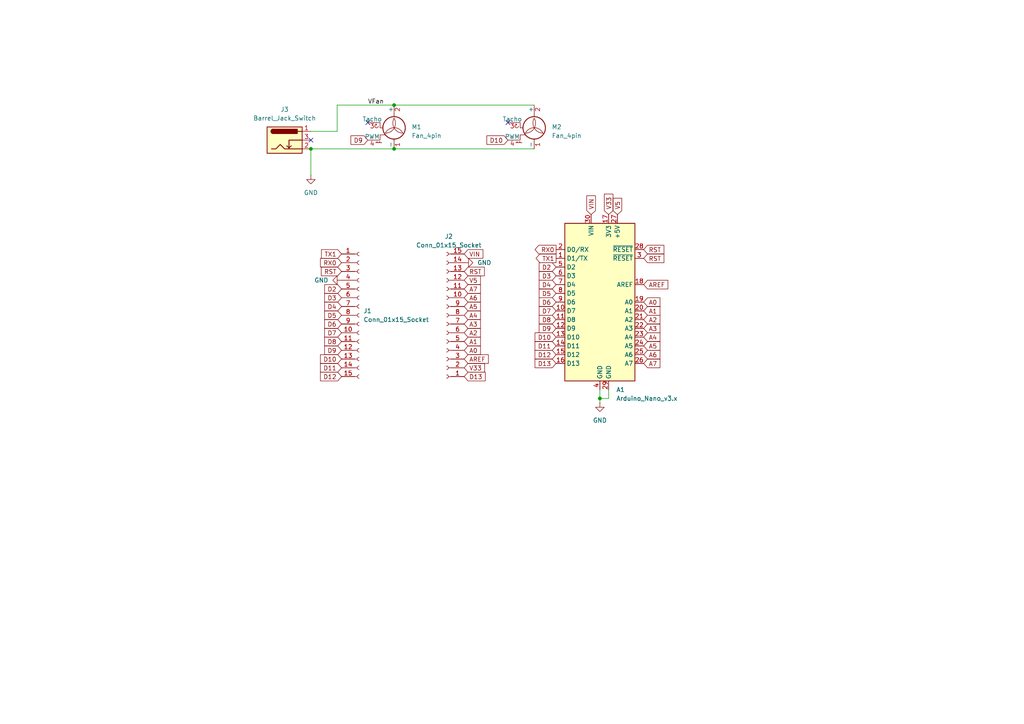
<source format=kicad_sch>
(kicad_sch (version 20231120) (generator "eeschema") (generator_version "8.0")
  (paper "A4")
  (lib_symbols
    (symbol "Connector:Barrel_Jack_Switch" (pin_names hide)
      (property "Reference" "J" (at 0 5.334 0))
      (property "Value" "Barrel_Jack_Switch" (at 0 -5.08 0))
      (symbol "Barrel_Jack_Switch_0_1"
        (rectangle (start -5.08 3.81) (end 5.08 -3.81) (stroke (width 0.254)) (fill (type background)))
        (arc (start -3.302 3.175) (mid -3.9343 2.54) (end -3.302 1.905) (stroke (width 0.254)))
        (arc (start -3.302 3.175) (mid -3.9343 2.54) (end -3.302 1.905) (stroke (width 0.254)) (fill (type outline)))
        (polyline (pts (xy 1.27 -2.286) (xy 1.905 -1.651)) (stroke (width 0.254)))
        (polyline (pts (xy 5.08 2.54) (xy 3.81 2.54)) (stroke (width 0.254)))
        (polyline (pts (xy 5.08 0) (xy 1.27 0) (xy 1.27 -2.286) (xy 0.635 -1.651)) (stroke (width 0.254)))
        (polyline (pts (xy -3.81 -2.54) (xy -2.54 -2.54) (xy -1.27 -1.27) (xy 0 -2.54) (xy 2.54 -2.54) (xy 5.08 -2.54)) (stroke (width 0.254)))
        (rectangle (start 3.683 3.175) (end -3.302 1.905) (stroke (width 0.254)) (fill (type outline)))
      )
      (symbol "Barrel_Jack_Switch_1_1"
        (pin passive line (at 7.62 2.54 180) (length 2.54) (name "~") (number "1"))
        (pin passive line (at 7.62 -2.54 180) (length 2.54) (name "~") (number "2"))
        (pin passive line (at 7.62 0 180) (length 2.54) (name "~") (number "3"))
      )
    )
    (symbol "Connector:Conn_01x15_Socket" (pin_names (offset 1.016) hide)
      (property "Reference" "J" (at 0 20.32 0))
      (property "Value" "Conn_01x15_Socket" (at 0 -20.32 0))
      (symbol "Conn_01x15_Socket_1_1"
        (arc (start 0 -17.272) (mid -0.5058 -17.78) (end 0 -18.288) (stroke (width 0.1524)))
        (arc (start 0 -14.732) (mid -0.5058 -15.24) (end 0 -15.748) (stroke (width 0.1524)))
        (arc (start 0 -12.192) (mid -0.5058 -12.7) (end 0 -13.208) (stroke (width 0.1524)))
        (arc (start 0 -9.652) (mid -0.5058 -10.16) (end 0 -10.668) (stroke (width 0.1524)))
        (arc (start 0 -7.112) (mid -0.5058 -7.62) (end 0 -8.128) (stroke (width 0.1524)))
        (arc (start 0 -4.572) (mid -0.5058 -5.08) (end 0 -5.588) (stroke (width 0.1524)))
        (arc (start 0 -2.032) (mid -0.5058 -2.54) (end 0 -3.048) (stroke (width 0.1524)))
        (polyline (pts (xy -1.27 -17.78) (xy -0.508 -17.78)) (stroke (width 0.1524)))
        (polyline (pts (xy -1.27 -15.24) (xy -0.508 -15.24)) (stroke (width 0.1524)))
        (polyline (pts (xy -1.27 -12.7) (xy -0.508 -12.7)) (stroke (width 0.1524)))
        (polyline (pts (xy -1.27 -10.16) (xy -0.508 -10.16)) (stroke (width 0.1524)))
        (polyline (pts (xy -1.27 -7.62) (xy -0.508 -7.62)) (stroke (width 0.1524)))
        (polyline (pts (xy -1.27 -5.08) (xy -0.508 -5.08)) (stroke (width 0.1524)))
        (polyline (pts (xy -1.27 -2.54) (xy -0.508 -2.54)) (stroke (width 0.1524)))
        (polyline (pts (xy -1.27 0) (xy -0.508 0)) (stroke (width 0.1524)))
        (polyline (pts (xy -1.27 2.54) (xy -0.508 2.54)) (stroke (width 0.1524)))
        (polyline (pts (xy -1.27 5.08) (xy -0.508 5.08)) (stroke (width 0.1524)))
        (polyline (pts (xy -1.27 7.62) (xy -0.508 7.62)) (stroke (width 0.1524)))
        (polyline (pts (xy -1.27 10.16) (xy -0.508 10.16)) (stroke (width 0.1524)))
        (polyline (pts (xy -1.27 12.7) (xy -0.508 12.7)) (stroke (width 0.1524)))
        (polyline (pts (xy -1.27 15.24) (xy -0.508 15.24)) (stroke (width 0.1524)))
        (polyline (pts (xy -1.27 17.78) (xy -0.508 17.78)) (stroke (width 0.1524)))
        (arc (start 0 0.508) (mid -0.5058 0) (end 0 -0.508) (stroke (width 0.1524)))
        (arc (start 0 3.048) (mid -0.5058 2.54) (end 0 2.032) (stroke (width 0.1524)))
        (arc (start 0 5.588) (mid -0.5058 5.08) (end 0 4.572) (stroke (width 0.1524)))
        (arc (start 0 8.128) (mid -0.5058 7.62) (end 0 7.112) (stroke (width 0.1524)))
        (arc (start 0 10.668) (mid -0.5058 10.16) (end 0 9.652) (stroke (width 0.1524)))
        (arc (start 0 13.208) (mid -0.5058 12.7) (end 0 12.192) (stroke (width 0.1524)))
        (arc (start 0 15.748) (mid -0.5058 15.24) (end 0 14.732) (stroke (width 0.1524)))
        (arc (start 0 18.288) (mid -0.5058 17.78) (end 0 17.272) (stroke (width 0.1524)))
        (pin passive line (at -5.08 17.78 0) (length 3.81) (name "Pin_1") (number "1"))
        (pin passive line (at -5.08 -5.08 0) (length 3.81) (name "Pin_10") (number "10"))
        (pin passive line (at -5.08 -7.62 0) (length 3.81) (name "Pin_11") (number "11"))
        (pin passive line (at -5.08 -10.16 0) (length 3.81) (name "Pin_12") (number "12"))
        (pin passive line (at -5.08 -12.7 0) (length 3.81) (name "Pin_13") (number "13"))
        (pin passive line (at -5.08 -15.24 0) (length 3.81) (name "Pin_14") (number "14"))
        (pin passive line (at -5.08 -17.78 0) (length 3.81) (name "Pin_15") (number "15"))
        (pin passive line (at -5.08 15.24 0) (length 3.81) (name "Pin_2") (number "2"))
        (pin passive line (at -5.08 12.7 0) (length 3.81) (name "Pin_3") (number "3"))
        (pin passive line (at -5.08 10.16 0) (length 3.81) (name "Pin_4") (number "4"))
        (pin passive line (at -5.08 7.62 0) (length 3.81) (name "Pin_5") (number "5"))
        (pin passive line (at -5.08 5.08 0) (length 3.81) (name "Pin_6") (number "6"))
        (pin passive line (at -5.08 2.54 0) (length 3.81) (name "Pin_7") (number "7"))
        (pin passive line (at -5.08 0 0) (length 3.81) (name "Pin_8") (number "8"))
        (pin passive line (at -5.08 -2.54 0) (length 3.81) (name "Pin_9") (number "9"))
      )
    )
    (symbol "MCU_Module:Arduino_Nano_v3.x"
      (property "Reference" "A" (at -10.16 23.495 0))
      (property "Value" "Arduino_Nano_v3.x" (at 5.08 -24.13 0))
      (symbol "Arduino_Nano_v3.x_0_1"
        (rectangle (start -10.16 22.86) (end 10.16 -22.86) (stroke (width 0.254)) (fill (type background)))
      )
      (symbol "Arduino_Nano_v3.x_1_1"
        (pin bidirectional line (at -12.7 12.7 0) (length 2.54) (name "D1/TX") (number "1"))
        (pin bidirectional line (at -12.7 -2.54 0) (length 2.54) (name "D7") (number "10"))
        (pin bidirectional line (at -12.7 -5.08 0) (length 2.54) (name "D8") (number "11"))
        (pin bidirectional line (at -12.7 -7.62 0) (length 2.54) (name "D9") (number "12"))
        (pin bidirectional line (at -12.7 -10.16 0) (length 2.54) (name "D10") (number "13"))
        (pin bidirectional line (at -12.7 -12.7 0) (length 2.54) (name "D11") (number "14"))
        (pin bidirectional line (at -12.7 -15.24 0) (length 2.54) (name "D12") (number "15"))
        (pin bidirectional line (at -12.7 -17.78 0) (length 2.54) (name "D13") (number "16"))
        (pin power_out line (at 2.54 25.4 270) (length 2.54) (name "3V3") (number "17"))
        (pin input line (at 12.7 5.08 180) (length 2.54) (name "AREF") (number "18"))
        (pin bidirectional line (at 12.7 0 180) (length 2.54) (name "A0") (number "19"))
        (pin bidirectional line (at -12.7 15.24 0) (length 2.54) (name "D0/RX") (number "2"))
        (pin bidirectional line (at 12.7 -2.54 180) (length 2.54) (name "A1") (number "20"))
        (pin bidirectional line (at 12.7 -5.08 180) (length 2.54) (name "A2") (number "21"))
        (pin bidirectional line (at 12.7 -7.62 180) (length 2.54) (name "A3") (number "22"))
        (pin bidirectional line (at 12.7 -10.16 180) (length 2.54) (name "A4") (number "23"))
        (pin bidirectional line (at 12.7 -12.7 180) (length 2.54) (name "A5") (number "24"))
        (pin bidirectional line (at 12.7 -15.24 180) (length 2.54) (name "A6") (number "25"))
        (pin bidirectional line (at 12.7 -17.78 180) (length 2.54) (name "A7") (number "26"))
        (pin power_out line (at 5.08 25.4 270) (length 2.54) (name "+5V") (number "27"))
        (pin input line (at 12.7 15.24 180) (length 2.54) (name "~{RESET}") (number "28"))
        (pin power_in line (at 2.54 -25.4 90) (length 2.54) (name "GND") (number "29"))
        (pin input line (at 12.7 12.7 180) (length 2.54) (name "~{RESET}") (number "3"))
        (pin power_in line (at -2.54 25.4 270) (length 2.54) (name "VIN") (number "30"))
        (pin power_in line (at 0 -25.4 90) (length 2.54) (name "GND") (number "4"))
        (pin bidirectional line (at -12.7 10.16 0) (length 2.54) (name "D2") (number "5"))
        (pin bidirectional line (at -12.7 7.62 0) (length 2.54) (name "D3") (number "6"))
        (pin bidirectional line (at -12.7 5.08 0) (length 2.54) (name "D4") (number "7"))
        (pin bidirectional line (at -12.7 2.54 0) (length 2.54) (name "D5") (number "8"))
        (pin bidirectional line (at -12.7 0 0) (length 2.54) (name "D6") (number "9"))
      )
    )
    (symbol "Motor:Fan_4pin" (pin_names (offset 0))
      (property "Reference" "M" (at 2.54 5.08 0))
      (property "Value" "Fan_4pin" (at 2.54 -2.54 0))
      (symbol "Fan_4pin_0_0"
        (arc (start -5.588 1.524) (mid -5.08 1.0182) (end -4.572 1.524))
        (arc (start -5.08 2.032) (mid -5.4392 1.8832) (end -5.588 1.524))
        (polyline (pts (xy -5.08 2.032) (xy -5.334 2.159)))
        (polyline (pts (xy -5.08 2.032) (xy -5.207 1.778)))
        (polyline (pts (xy -4.064 2.54) (xy -4.064 1.016) (xy -3.302 1.016)))
      )
      (symbol "Fan_4pin_0_1"
        (arc (start -2.54 -0.508) (mid 0.0028 0.9121) (end 0 3.81))
        (polyline (pts (xy -4.064 2.54) (xy -5.08 2.54)))
        (polyline (pts (xy 0 -5.08) (xy 0 -4.572)))
        (polyline (pts (xy 0 -2.2352) (xy 0 -2.6416)))
        (polyline (pts (xy 0 4.2672) (xy 0 4.6228)))
        (polyline (pts (xy 0 4.572) (xy 0 5.08)))
        (polyline (pts (xy -2.54 -1.016) (xy -4.064 -1.016) (xy -4.064 -2.54) (xy -5.08 -2.54)))
        (polyline (pts (xy -5.334 -3.302) (xy -5.08 -3.302) (xy -5.08 -3.048) (xy -4.826 -3.048) (xy -4.826 -3.302) (xy -4.318 -3.302) (xy -4.318 -3.048) (xy -4.064 -3.048) (xy -4.064 -3.302) (xy -3.556 -3.302)))
        (circle (center 0 1.016) (radius 3.2512) (stroke (width 0.254)))
        (arc (start 0 3.81) (mid 0.053 0.921) (end 2.54 -0.508))
        (arc (start 2.54 -0.508) (mid 0 1.0618) (end -2.54 -0.508))
      )
      (symbol "Fan_4pin_1_1"
        (pin passive line (at 0 -5.08 90) (length 2.54) (name "-") (number "1"))
        (pin passive line (at 0 7.62 270) (length 2.54) (name "+") (number "2"))
        (pin passive line (at -7.62 2.54 0) (length 2.54) (name "Tacho") (number "3"))
        (pin input line (at -7.62 -2.54 0) (length 2.54) (name "PWM") (number "4"))
      )
    )
    (symbol "power:GND" (power) (pin_numbers hide) (pin_names (offset 0) hide)
      (property "Value" "GND" (at 0 -3.81 0))
      (symbol "GND_0_1"
        (polyline (pts (xy 0 0) (xy 0 -1.27) (xy 1.27 -1.27) (xy 0 -2.54) (xy -1.27 -1.27) (xy 0 -1.27)))
      )
      (symbol "GND_1_1"
        (pin power_in line (at 0 0 270) (length 0) (name "~") (number "1"))
      )
    )
  )
  (junction (at 90.17 43.18))
  (junction (at 114.3 30.48))
  (junction (at 173.99 115.57))
  (junction (at 114.3 43.18))
  (no_connect (at 106.68 35.56))
  (no_connect (at 90.17 40.64))
  (no_connect (at 147.32 35.56))
  (wire (pts (xy 114.3 30.48) (xy 154.94 30.48)))
  (wire (pts (xy 90.17 43.18) (xy 90.17 50.8)))
  (wire (pts (xy 97.79 30.48) (xy 114.3 30.48)))
  (wire (pts (xy 90.17 43.18) (xy 114.3 43.18)))
  (wire (pts (xy 97.79 38.1) (xy 97.79 30.48)))
  (wire (pts (xy 173.99 113.03) (xy 173.99 115.57)))
  (wire (pts (xy 173.99 115.57) (xy 176.53 115.57)))
  (wire (pts (xy 114.3 43.18) (xy 154.94 43.18)))
  (wire (pts (xy 173.99 115.57) (xy 173.99 116.84)))
  (wire (pts (xy 176.53 115.57) (xy 176.53 113.03)))
  (wire (pts (xy 90.17 38.1) (xy 97.79 38.1)))
  (label "VFan" (at 106.68 30.48 0))
  (global_label "D5" (shape input) (at 161.29 85.09 180) (property "Intersheetrefs" "${INTERSHEET_REFS}" (effects (hide yes))))
  (global_label "AREF" (shape input) (at 134.62 104.14 0) (property "Intersheetrefs" "${INTERSHEET_REFS}" (effects (hide yes))))
  (global_label "D7" (shape input) (at 99.06 96.52 180) (property "Intersheetrefs" "${INTERSHEET_REFS}" (effects (hide yes))))
  (global_label "A2" (shape input) (at 186.69 92.71 0) (property "Intersheetrefs" "${INTERSHEET_REFS}" (effects (hide yes))))
  (global_label "A4" (shape input) (at 134.62 91.44 0) (property "Intersheetrefs" "${INTERSHEET_REFS}" (effects (hide yes))))
  (global_label "A4" (shape input) (at 186.69 97.79 0) (property "Intersheetrefs" "${INTERSHEET_REFS}" (effects (hide yes))))
  (global_label "D4" (shape input) (at 161.29 82.55 180) (property "Intersheetrefs" "${INTERSHEET_REFS}" (effects (hide yes))))
  (global_label "VIN" (shape input) (at 134.62 73.66 0) (property "Intersheetrefs" "${INTERSHEET_REFS}" (effects (hide yes))))
  (global_label "RST" (shape input) (at 99.06 78.74 180) (property "Intersheetrefs" "${INTERSHEET_REFS}" (effects (hide yes))))
  (global_label "D10" (shape input) (at 161.29 97.79 180) (property "Intersheetrefs" "${INTERSHEET_REFS}" (effects (hide yes))))
  (global_label "A0" (shape input) (at 186.69 87.63 0) (property "Intersheetrefs" "${INTERSHEET_REFS}" (effects (hide yes))))
  (global_label "A1" (shape input) (at 186.69 90.17 0) (property "Intersheetrefs" "${INTERSHEET_REFS}" (effects (hide yes))))
  (global_label "D9" (shape input) (at 161.29 95.25 180) (property "Intersheetrefs" "${INTERSHEET_REFS}" (effects (hide yes))))
  (global_label "A0" (shape input) (at 134.62 101.6 0) (property "Intersheetrefs" "${INTERSHEET_REFS}" (effects (hide yes))))
  (global_label "A5" (shape input) (at 186.69 100.33 0) (property "Intersheetrefs" "${INTERSHEET_REFS}" (effects (hide yes))))
  (global_label "D8" (shape input) (at 161.29 92.71 180) (property "Intersheetrefs" "${INTERSHEET_REFS}" (effects (hide yes))))
  (global_label "TX1" (shape output) (at 161.29 74.93 180) (property "Intersheetrefs" "${INTERSHEET_REFS}" (effects (hide yes))))
  (global_label "D6" (shape input) (at 99.06 93.98 180) (property "Intersheetrefs" "${INTERSHEET_REFS}" (effects (hide yes))))
  (global_label "RST" (shape input) (at 134.62 78.74 0) (property "Intersheetrefs" "${INTERSHEET_REFS}" (effects (hide yes))))
  (global_label "A6" (shape input) (at 134.62 86.36 0) (property "Intersheetrefs" "${INTERSHEET_REFS}" (effects (hide yes))))
  (global_label "A1" (shape input) (at 134.62 99.06 0) (property "Intersheetrefs" "${INTERSHEET_REFS}" (effects (hide yes))))
  (global_label "D2" (shape input) (at 99.06 83.82 180) (property "Intersheetrefs" "${INTERSHEET_REFS}" (effects (hide yes))))
  (global_label "RX0" (shape input) (at 99.06 76.2 180) (property "Intersheetrefs" "${INTERSHEET_REFS}" (effects (hide yes))))
  (global_label "D2" (shape input) (at 161.29 77.47 180) (property "Intersheetrefs" "${INTERSHEET_REFS}" (effects (hide yes))))
  (global_label "D4" (shape input) (at 99.06 88.9 180) (property "Intersheetrefs" "${INTERSHEET_REFS}" (effects (hide yes))))
  (global_label "AREF" (shape input) (at 186.69 82.55 0) (property "Intersheetrefs" "${INTERSHEET_REFS}" (effects (hide yes))))
  (global_label "RST" (shape input) (at 186.69 72.39 0) (property "Intersheetrefs" "${INTERSHEET_REFS}" (effects (hide yes))))
  (global_label "D7" (shape input) (at 161.29 90.17 180) (property "Intersheetrefs" "${INTERSHEET_REFS}" (effects (hide yes))))
  (global_label "A7" (shape input) (at 186.69 105.41 0) (property "Intersheetrefs" "${INTERSHEET_REFS}" (effects (hide yes))))
  (global_label "V33" (shape input) (at 176.53 62.23 90) (property "Intersheetrefs" "${INTERSHEET_REFS}" (effects (hide yes))))
  (global_label "D10" (shape input) (at 147.32 40.64 180) (property "Intersheetrefs" "${INTERSHEET_REFS}" (effects (hide yes))))
  (global_label "D12" (shape input) (at 99.06 109.22 180) (property "Intersheetrefs" "${INTERSHEET_REFS}" (effects (hide yes))))
  (global_label "V5" (shape input) (at 179.07 62.23 90) (property "Intersheetrefs" "${INTERSHEET_REFS}" (effects (hide yes))))
  (global_label "RST" (shape input) (at 186.69 74.93 0) (property "Intersheetrefs" "${INTERSHEET_REFS}" (effects (hide yes))))
  (global_label "D10" (shape input) (at 99.06 104.14 180) (property "Intersheetrefs" "${INTERSHEET_REFS}" (effects (hide yes))))
  (global_label "V5" (shape input) (at 134.62 81.28 0) (property "Intersheetrefs" "${INTERSHEET_REFS}" (effects (hide yes))))
  (global_label "D12" (shape input) (at 161.29 102.87 180) (property "Intersheetrefs" "${INTERSHEET_REFS}" (effects (hide yes))))
  (global_label "D13" (shape input) (at 134.62 109.22 0) (property "Intersheetrefs" "${INTERSHEET_REFS}" (effects (hide yes))))
  (global_label "D6" (shape input) (at 161.29 87.63 180) (property "Intersheetrefs" "${INTERSHEET_REFS}" (effects (hide yes))))
  (global_label "A3" (shape input) (at 134.62 93.98 0) (property "Intersheetrefs" "${INTERSHEET_REFS}" (effects (hide yes))))
  (global_label "D13" (shape input) (at 161.29 105.41 180) (property "Intersheetrefs" "${INTERSHEET_REFS}" (effects (hide yes))))
  (global_label "A3" (shape input) (at 186.69 95.25 0) (property "Intersheetrefs" "${INTERSHEET_REFS}" (effects (hide yes))))
  (global_label "D11" (shape input) (at 161.29 100.33 180) (property "Intersheetrefs" "${INTERSHEET_REFS}" (effects (hide yes))))
  (global_label "D9" (shape input) (at 99.06 101.6 180) (property "Intersheetrefs" "${INTERSHEET_REFS}" (effects (hide yes))))
  (global_label "TX1" (shape input) (at 99.06 73.66 180) (property "Intersheetrefs" "${INTERSHEET_REFS}" (effects (hide yes))))
  (global_label "D3" (shape input) (at 161.29 80.01 180) (property "Intersheetrefs" "${INTERSHEET_REFS}" (effects (hide yes))))
  (global_label "V33" (shape input) (at 134.62 106.68 0) (property "Intersheetrefs" "${INTERSHEET_REFS}" (effects (hide yes))))
  (global_label "D5" (shape input) (at 99.06 91.44 180) (property "Intersheetrefs" "${INTERSHEET_REFS}" (effects (hide yes))))
  (global_label "A6" (shape input) (at 186.69 102.87 0) (property "Intersheetrefs" "${INTERSHEET_REFS}" (effects (hide yes))))
  (global_label "D3" (shape input) (at 99.06 86.36 180) (property "Intersheetrefs" "${INTERSHEET_REFS}" (effects (hide yes))))
  (global_label "D11" (shape input) (at 99.06 106.68 180) (property "Intersheetrefs" "${INTERSHEET_REFS}" (effects (hide yes))))
  (global_label "RX0" (shape output) (at 161.29 72.39 180) (property "Intersheetrefs" "${INTERSHEET_REFS}" (effects (hide yes))))
  (global_label "D9" (shape input) (at 106.68 40.64 180) (property "Intersheetrefs" "${INTERSHEET_REFS}" (effects (hide yes))))
  (global_label "D8" (shape input) (at 99.06 99.06 180) (property "Intersheetrefs" "${INTERSHEET_REFS}" (effects (hide yes))))
  (global_label "A7" (shape input) (at 134.62 83.82 0) (property "Intersheetrefs" "${INTERSHEET_REFS}" (effects (hide yes))))
  (global_label "VIN" (shape input) (at 171.45 62.23 90) (property "Intersheetrefs" "${INTERSHEET_REFS}" (effects (hide yes))))
  (global_label "A2" (shape input) (at 134.62 96.52 0) (property "Intersheetrefs" "${INTERSHEET_REFS}" (effects (hide yes))))
  (global_label "A5" (shape input) (at 134.62 88.9 0) (property "Intersheetrefs" "${INTERSHEET_REFS}" (effects (hide yes))))
  (symbol (lib_id "Motor:Fan_4pin") (at 114.3 38.1 0) (unit 1)
    (property "Reference" "M1" (at 119.38 36.8299 0) (effects (justify left)))
    (property "Value" "Fan_4pin" (at 119.38 39.3699 0) (effects (justify left)))
    (property "Footprint" "Connector_Molex:Molex_KK-254_AE-6410-04A_1x04_P2.54mm_Vertical" (effects (hide yes)))
    (property "Datasheet" "http://www.formfactors.org/developer%5Cspecs%5Crev1_2_public.pdf" (effects (hide yes)))
    (property "Description" "Fan, tacho output, PWM input, 4-pin connector" (effects (hide yes)))
  )
  (symbol (lib_id "power:GND") (at 173.99 116.84 0) (unit 1)
    (property "Reference" "#PWR03" (effects (hide yes)))
    (property "Value" "GND" (at 173.99 121.92 0))
    (property "Description" "Power symbol creates a global label with name \"GND\" , ground" (effects (hide yes)))
  )
  (symbol (lib_id "Connector:Barrel_Jack_Switch") (at 82.55 40.64 0) (unit 1)
    (property "Reference" "J3" (at 82.55 31.75 0))
    (property "Value" "Barrel_Jack_Switch" (at 82.55 34.29 0))
    (property "Footprint" "Connector_BarrelJack:BarrelJack_CUI_PJ-079BH_Horizontal" (effects (hide yes)))
    (property "Description" "DC Barrel Jack with an internal switch" (effects (hide yes)))
  )
  (symbol (lib_id "power:GND") (at 99.06 81.28 270) (unit 1)
    (property "Reference" "#PWR01" (effects (hide yes)))
    (property "Value" "GND" (at 95.25 81.2799 90) (effects (justify right)))
    (property "Description" "Power symbol creates a global label with name \"GND\" , ground" (effects (hide yes)))
  )
  (symbol (lib_id "Motor:Fan_4pin") (at 154.94 38.1 0) (unit 1)
    (property "Reference" "M2" (at 160.02 36.8299 0) (effects (justify left)))
    (property "Value" "Fan_4pin" (at 160.02 39.3699 0) (effects (justify left)))
    (property "Footprint" "Connector_Molex:Molex_KK-254_AE-6410-04A_1x04_P2.54mm_Vertical" (effects (hide yes)))
    (property "Datasheet" "http://www.formfactors.org/developer%5Cspecs%5Crev1_2_public.pdf" (effects (hide yes)))
    (property "Description" "Fan, tacho output, PWM input, 4-pin connector" (effects (hide yes)))
  )
  (symbol (lib_id "power:GND") (at 90.17 50.8 0) (unit 1)
    (property "Reference" "#PWR04" (effects (hide yes)))
    (property "Value" "GND" (at 90.17 55.88 0))
    (property "Description" "Power symbol creates a global label with name \"GND\" , ground" (effects (hide yes)))
  )
  (symbol (lib_id "power:GND") (at 134.62 76.2 90) (unit 1)
    (property "Reference" "#PWR02" (effects (hide yes)))
    (property "Value" "GND" (at 138.43 76.1999 90) (effects (justify right)))
    (property "Description" "Power symbol creates a global label with name \"GND\" , ground" (effects (hide yes)))
  )
  (symbol (lib_id "MCU_Module:Arduino_Nano_v3.x") (at 173.99 87.63 0) (unit 1)
    (property "Reference" "A1" (at 178.7241 113.03 0) (effects (justify left)))
    (property "Value" "Arduino_Nano_v3.x" (at 178.7241 115.57 0) (effects (justify left)))
    (property "Footprint" "Module:Arduino_Nano" (effects (hide yes)))
    (property "Datasheet" "http://www.mouser.com/pdfdocs/Gravitech_Arduino_Nano3_0.pdf" (effects (hide yes)))
    (property "Description" "Arduino Nano v3.x" (effects (hide yes)))
  )
  (symbol (lib_id "Connector:Conn_01x15_Socket") (at 129.54 91.44 180) (unit 1)
    (property "Reference" "J2" (at 130.175 68.58 0))
    (property "Value" "Conn_01x15_Socket" (at 130.175 71.12 0))
    (property "Footprint" "Connector_PinSocket_2.54mm:PinSocket_1x15_P2.54mm_Vertical" (effects (hide yes)))
    (property "Description" "Generic connector, single row, 01x15, script generated" (effects (hide yes)))
  )
  (symbol (lib_id "Connector:Conn_01x15_Socket") (at 104.14 91.44 0) (unit 1)
    (property "Reference" "J1" (at 105.41 90.1699 0) (effects (justify left)))
    (property "Value" "Conn_01x15_Socket" (at 105.41 92.7099 0) (effects (justify left)))
    (property "Footprint" "Connector_PinSocket_2.54mm:PinSocket_1x15_P2.54mm_Vertical" (effects (hide yes)))
    (property "Description" "Generic connector, single row, 01x15, script generated" (effects (hide yes)))
  )
)
</source>
